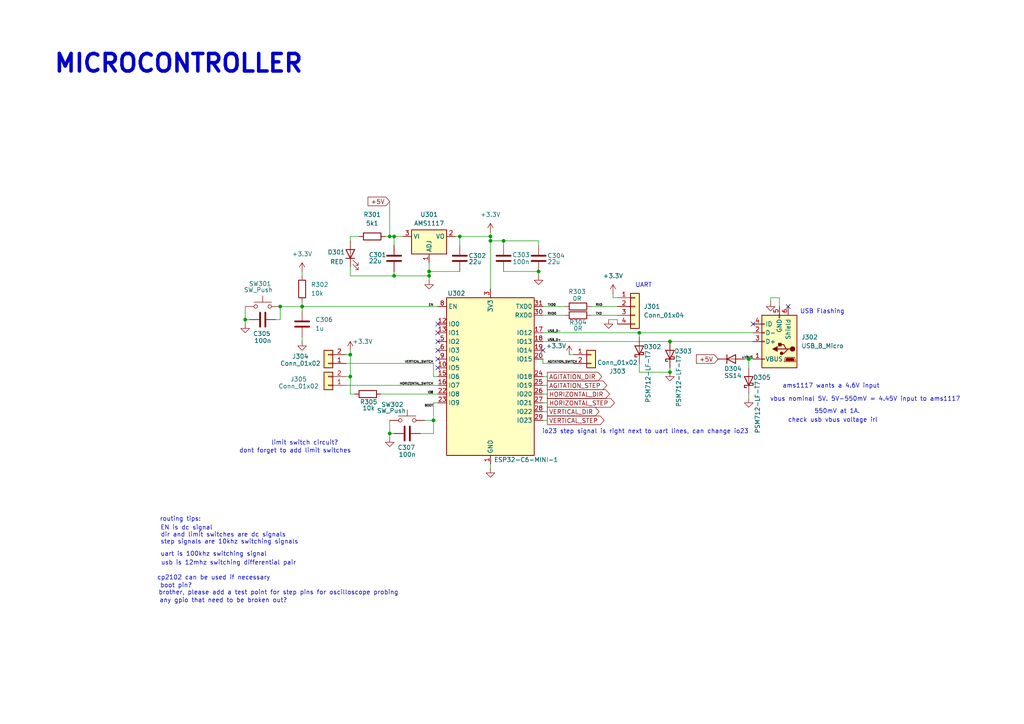
<source format=kicad_sch>
(kicad_sch (version 20250114) (generator "eeschema") (generator_version "9.0")
  (paper "A4")
  (lib_symbols
    (symbol "Connector:USB_B_Micro" (pin_names (offset 1.016))
      (property "Reference" "J" (at -5.08 11.43 0))
      (property "Value" "USB_B_Micro" (at -5.08 8.89 0))
      (symbol "USB_B_Micro_0_1"
        (rectangle (start -5.08 -7.62) (end 5.08 7.62) (stroke (width 0.254)) (fill (type background)))
        (polyline (pts (xy -4.699 5.842) (xy -4.699 5.588) (xy -4.445 4.826) (xy -4.445 4.572) (xy -1.651 4.572) (xy -1.651 4.826) (xy -1.397 5.588) (xy -1.397 5.842) (xy -4.699 5.842)))
        (polyline (pts (xy -4.318 5.588) (xy -1.778 5.588) (xy -2.032 4.826) (xy -4.064 4.826) (xy -4.318 5.588)) (fill (type outline)))
        (circle (center -3.81 2.159) (radius 0.635) (stroke (width 0.254)) (fill (type outline)))
        (polyline (pts (xy -3.175 2.159) (xy -2.54 2.159) (xy -1.27 3.429) (xy -0.635 3.429)) (stroke (width 0.254)))
        (polyline (pts (xy -2.54 2.159) (xy -1.905 2.159) (xy -1.27 0.889) (xy 0 0.889)) (stroke (width 0.254)))
        (polyline (pts (xy -1.905 2.159) (xy 0.635 2.159)) (stroke (width 0.254)))
        (circle (center -0.635 3.429) (radius 0.381) (stroke (width 0.254)) (fill (type outline)))
        (rectangle (start -0.127 -7.62) (end 0.127 -6.858))
        (rectangle (start 0.254 1.27) (end -0.508 0.508) (stroke (width 0.254)) (fill (type outline)))
        (polyline (pts (xy 0.635 2.794) (xy 0.635 1.524) (xy 1.905 2.159) (xy 0.635 2.794)) (stroke (width 0.254)) (fill (type outline)))
        (rectangle (start 5.08 4.953) (end 4.318 5.207))
        (rectangle (start 5.08 -0.127) (end 4.318 0.127))
        (rectangle (start 5.08 -2.667) (end 4.318 -2.413))
        (rectangle (start 5.08 -5.207) (end 4.318 -4.953))
      )
      (symbol "USB_B_Micro_1_1"
        (pin passive line (at -2.54 -10.16 90) (length 2.54) (name "Shield") (number "6"))
        (pin power_out line (at 0 -10.16 90) (length 2.54) (name "GND") (number "5"))
        (pin power_out line (at 7.62 5.08 180) (length 2.54) (name "VBUS") (number "1"))
        (pin bidirectional line (at 7.62 0 180) (length 2.54) (name "D+") (number "3"))
        (pin bidirectional line (at 7.62 -2.54 180) (length 2.54) (name "D-") (number "2"))
        (pin passive line (at 7.62 -5.08 180) (length 2.54) (name "ID") (number "4"))
      )
    )
    (symbol "Connector_Generic:Conn_01x02" (pin_names (offset 1.016) (hide yes))
      (property "Reference" "J" (at 0 2.54 0))
      (property "Value" "Conn_01x02" (at 0 -5.08 0))
      (symbol "Conn_01x02_1_1"
        (rectangle (start -1.27 1.27) (end 1.27 -3.81) (stroke (width 0.254)) (fill (type background)))
        (rectangle (start -1.27 0.127) (end 0 -0.127) (stroke (width 0.1524)))
        (rectangle (start -1.27 -2.413) (end 0 -2.667) (stroke (width 0.1524)))
        (pin passive line (at -5.08 0 0) (length 3.81) (name "Pin_1") (number "1"))
        (pin passive line (at -5.08 -2.54 0) (length 3.81) (name "Pin_2") (number "2"))
      )
    )
    (symbol "Connector_Generic:Conn_01x04" (pin_names (offset 1.016) (hide yes))
      (property "Reference" "J" (at 0 5.08 0))
      (property "Value" "Conn_01x04" (at 0 -7.62 0))
      (symbol "Conn_01x04_1_1"
        (rectangle (start -1.27 3.81) (end 1.27 -6.35) (stroke (width 0.254)) (fill (type background)))
        (rectangle (start -1.27 2.667) (end 0 2.413) (stroke (width 0.1524)))
        (rectangle (start -1.27 0.127) (end 0 -0.127) (stroke (width 0.1524)))
        (rectangle (start -1.27 -2.413) (end 0 -2.667) (stroke (width 0.1524)))
        (rectangle (start -1.27 -4.953) (end 0 -5.207) (stroke (width 0.1524)))
        (pin passive line (at -5.08 2.54 0) (length 3.81) (name "Pin_1") (number "1"))
        (pin passive line (at -5.08 0 0) (length 3.81) (name "Pin_2") (number "2"))
        (pin passive line (at -5.08 -2.54 0) (length 3.81) (name "Pin_3") (number "3"))
        (pin passive line (at -5.08 -5.08 0) (length 3.81) (name "Pin_4") (number "4"))
      )
    )
    (symbol "Device:C" (pin_numbers (hide yes)) (pin_names (offset 0.254))
      (property "Reference" "C" (at 0.635 2.54 0))
      (property "Value" "C" (at 0.635 -2.54 0))
      (symbol "C_0_1"
        (polyline (pts (xy -2.032 0.762) (xy 2.032 0.762)) (stroke (width 0.508)))
        (polyline (pts (xy -2.032 -0.762) (xy 2.032 -0.762)) (stroke (width 0.508)))
      )
      (symbol "C_1_1"
        (pin passive line (at 0 3.81 270) (length 2.794) (name "~") (number "1"))
        (pin passive line (at 0 -3.81 90) (length 2.794) (name "~") (number "2"))
      )
    )
    (symbol "Device:D" (pin_numbers (hide yes)) (pin_names (offset 1.016) (hide yes))
      (property "Reference" "D" (at 0 2.54 0))
      (property "Value" "D" (at 0 -2.54 0))
      (symbol "D_0_1"
        (polyline (pts (xy -1.27 1.27) (xy -1.27 -1.27)) (stroke (width 0.254)))
        (polyline (pts (xy 1.27 1.27) (xy 1.27 -1.27) (xy -1.27 0) (xy 1.27 1.27)) (stroke (width 0.254)))
        (polyline (pts (xy 1.27 0) (xy -1.27 0)))
      )
      (symbol "D_1_1"
        (pin passive line (at -3.81 0 0) (length 2.54) (name "K") (number "1"))
        (pin passive line (at 3.81 0 180) (length 2.54) (name "A") (number "2"))
      )
    )
    (symbol "Device:D_Schottky" (pin_numbers (hide yes)) (pin_names (offset 1.016) (hide yes))
      (property "Reference" "D" (at 0 2.54 0))
      (property "Value" "D_Schottky" (at 0 -2.54 0))
      (symbol "D_Schottky_0_1"
        (polyline (pts (xy -1.905 0.635) (xy -1.905 1.27) (xy -1.27 1.27) (xy -1.27 -1.27) (xy -0.635 -1.27) (xy -0.635 -0.635)) (stroke (width 0.254)))
        (polyline (pts (xy 1.27 1.27) (xy 1.27 -1.27) (xy -1.27 0) (xy 1.27 1.27)) (stroke (width 0.254)))
        (polyline (pts (xy 1.27 0) (xy -1.27 0)))
      )
      (symbol "D_Schottky_1_1"
        (pin passive line (at -3.81 0 0) (length 2.54) (name "K") (number "1"))
        (pin passive line (at 3.81 0 180) (length 2.54) (name "A") (number "2"))
      )
    )
    (symbol "Device:LED" (pin_numbers (hide yes)) (pin_names (offset 1.016) (hide yes))
      (property "Reference" "D" (at 0 2.54 0))
      (property "Value" "LED" (at 0 -2.54 0))
      (symbol "LED_0_1"
        (polyline (pts (xy -3.048 -0.762) (xy -4.572 -2.286) (xy -3.81 -2.286) (xy -4.572 -2.286) (xy -4.572 -1.524)))
        (polyline (pts (xy -1.778 -0.762) (xy -3.302 -2.286) (xy -2.54 -2.286) (xy -3.302 -2.286) (xy -3.302 -1.524)))
        (polyline (pts (xy -1.27 0) (xy 1.27 0)))
        (polyline (pts (xy -1.27 -1.27) (xy -1.27 1.27)) (stroke (width 0.254)))
        (polyline (pts (xy 1.27 -1.27) (xy 1.27 1.27) (xy -1.27 0) (xy 1.27 -1.27)) (stroke (width 0.254)))
      )
      (symbol "LED_1_1"
        (pin passive line (at -3.81 0 0) (length 2.54) (name "K") (number "1"))
        (pin passive line (at 3.81 0 180) (length 2.54) (name "A") (number "2"))
      )
    )
    (symbol "Device:R" (pin_numbers (hide yes)) (pin_names (offset 0))
      (property "Reference" "R" (at 2.032 0 90))
      (property "Value" "R" (at 0 0 90))
      (symbol "R_0_1"
        (rectangle (start -1.016 -2.54) (end 1.016 2.54) (stroke (width 0.254)))
      )
      (symbol "R_1_1"
        (pin passive line (at 0 3.81 270) (length 1.27) (name "~") (number "1"))
        (pin passive line (at 0 -3.81 90) (length 1.27) (name "~") (number "2"))
      )
    )
    (symbol "RF_Module:ESP32-C6-MINI-1"
      (property "Reference" "U" (at -11.43 24.13 0))
      (property "Value" "ESP32-C6-MINI-1" (at 12.7 24.13 0))
      (symbol "ESP32-C6-MINI-1_0_1"
        (rectangle (start -12.7 22.86) (end 12.7 -22.86) (stroke (width 0.254)) (fill (type background)))
      )
      (symbol "ESP32-C6-MINI-1_1_1"
        (pin input line (at -15.24 20.32 0) (length 2.54) (name "EN") (number "8"))
        (pin bidirectional line (at -15.24 15.24 0) (length 2.54) (name "IO0") (number "12"))
        (pin bidirectional line (at -15.24 12.7 0) (length 2.54) (name "IO1") (number "13"))
        (pin bidirectional line (at -15.24 10.16 0) (length 2.54) (name "IO2") (number "5"))
        (pin bidirectional line (at -15.24 7.62 0) (length 2.54) (name "IO3") (number "6"))
        (pin bidirectional line (at -15.24 5.08 0) (length 2.54) (name "IO4") (number "9"))
        (pin bidirectional line (at -15.24 2.54 0) (length 2.54) (name "IO5") (number "10"))
        (pin bidirectional line (at -15.24 0 0) (length 2.54) (name "IO6") (number "15"))
        (pin bidirectional line (at -15.24 -2.54 0) (length 2.54) (name "IO7") (number "16"))
        (pin bidirectional line (at -15.24 -5.08 0) (length 2.54) (name "IO8") (number "22"))
        (pin bidirectional line (at -15.24 -7.62 0) (length 2.54) (name "IO9") (number "23"))
        (pin no_connect line (at -12.7 -12.7 0) (length 2.54) (hide yes) (name "NC") (number "32"))
        (pin no_connect line (at -12.7 -15.24 0) (length 2.54) (hide yes) (name "NC") (number "33"))
        (pin no_connect line (at -12.7 -17.78 0) (length 2.54) (hide yes) (name "NC") (number "34"))
        (pin no_connect line (at -12.7 -20.32 0) (length 2.54) (hide yes) (name "NC") (number "35"))
        (pin power_in line (at 0 25.4 270) (length 2.54) (name "3V3") (number "3"))
        (pin power_in line (at 0 -25.4 90) (length 2.54) (name "GND") (number "1"))
        (pin passive line (at 0 -25.4 90) (length 2.54) (hide yes) (name "GND") (number "11"))
        (pin passive line (at 0 -25.4 90) (length 2.54) (hide yes) (name "GND") (number "14"))
        (pin passive line (at 0 -25.4 90) (length 2.54) (hide yes) (name "GND") (number "2"))
        (pin passive line (at 0 -25.4 90) (length 2.54) (hide yes) (name "GND") (number "36"))
        (pin passive line (at 0 -25.4 90) (length 2.54) (hide yes) (name "GND") (number "37"))
        (pin passive line (at 0 -25.4 90) (length 2.54) (hide yes) (name "GND") (number "38"))
        (pin passive line (at 0 -25.4 90) (length 2.54) (hide yes) (name "GND") (number "39"))
        (pin passive line (at 0 -25.4 90) (length 2.54) (hide yes) (name "GND") (number "40"))
        (pin passive line (at 0 -25.4 90) (length 2.54) (hide yes) (name "GND") (number "41"))
        (pin passive line (at 0 -25.4 90) (length 2.54) (hide yes) (name "GND") (number "42"))
        (pin passive line (at 0 -25.4 90) (length 2.54) (hide yes) (name "GND") (number "43"))
        (pin passive line (at 0 -25.4 90) (length 2.54) (hide yes) (name "GND") (number "44"))
        (pin passive line (at 0 -25.4 90) (length 2.54) (hide yes) (name "GND") (number "45"))
        (pin passive line (at 0 -25.4 90) (length 2.54) (hide yes) (name "GND") (number "46"))
        (pin passive line (at 0 -25.4 90) (length 2.54) (hide yes) (name "GND") (number "47"))
        (pin passive line (at 0 -25.4 90) (length 2.54) (hide yes) (name "GND") (number "48"))
        (pin passive line (at 0 -25.4 90) (length 2.54) (hide yes) (name "GND") (number "49"))
        (pin passive line (at 0 -25.4 90) (length 2.54) (hide yes) (name "GND") (number "50"))
        (pin passive line (at 0 -25.4 90) (length 2.54) (hide yes) (name "GND") (number "51"))
        (pin passive line (at 0 -25.4 90) (length 2.54) (hide yes) (name "GND") (number "52"))
        (pin passive line (at 0 -25.4 90) (length 2.54) (hide yes) (name "GND") (number "53"))
        (pin no_connect line (at 12.7 -15.24 180) (length 2.54) (hide yes) (name "NC") (number "4"))
        (pin no_connect line (at 12.7 -17.78 180) (length 2.54) (hide yes) (name "NC") (number "7"))
        (pin no_connect line (at 12.7 -20.32 180) (length 2.54) (hide yes) (name "NC") (number "21"))
        (pin bidirectional line (at 15.24 20.32 180) (length 2.54) (name "TXD0") (number "31"))
        (pin bidirectional line (at 15.24 17.78 180) (length 2.54) (name "RXD0") (number "30"))
        (pin bidirectional line (at 15.24 12.7 180) (length 2.54) (name "IO12") (number "17"))
        (pin bidirectional line (at 15.24 10.16 180) (length 2.54) (name "IO13") (number "18"))
        (pin bidirectional line (at 15.24 7.62 180) (length 2.54) (name "IO14") (number "19"))
        (pin bidirectional line (at 15.24 5.08 180) (length 2.54) (name "IO15") (number "20"))
        (pin bidirectional line (at 15.24 0 180) (length 2.54) (name "IO18") (number "24"))
        (pin bidirectional line (at 15.24 -2.54 180) (length 2.54) (name "IO19") (number "25"))
        (pin bidirectional line (at 15.24 -5.08 180) (length 2.54) (name "IO20") (number "26"))
        (pin bidirectional line (at 15.24 -7.62 180) (length 2.54) (name "IO21") (number "27"))
        (pin bidirectional line (at 15.24 -10.16 180) (length 2.54) (name "IO22") (number "28"))
        (pin bidirectional line (at 15.24 -12.7 180) (length 2.54) (name "IO23") (number "29"))
      )
    )
    (symbol "Regulator_Linear:AMS1117"
      (property "Reference" "U" (at -3.81 3.175 0))
      (property "Value" "AMS1117" (at 0 3.175 0))
      (symbol "AMS1117_0_1"
        (rectangle (start -5.08 -5.08) (end 5.08 1.905) (stroke (width 0.254)) (fill (type background)))
      )
      (symbol "AMS1117_1_1"
        (pin power_in line (at -7.62 0 0) (length 2.54) (name "VI") (number "3"))
        (pin input line (at 0 -7.62 90) (length 2.54) (name "ADJ") (number "1"))
        (pin power_out line (at 7.62 0 180) (length 2.54) (name "VO") (number "2"))
      )
    )
    (symbol "Switch:SW_Push" (pin_numbers (hide yes)) (pin_names (offset 1.016) (hide yes))
      (property "Reference" "SW" (at 1.27 2.54 0))
      (property "Value" "SW_Push" (at 0 -1.524 0))
      (symbol "SW_Push_0_1"
        (circle (center -2.032 0) (radius 0.508))
        (polyline (pts (xy 0 1.27) (xy 0 3.048)))
        (circle (center 2.032 0) (radius 0.508))
        (polyline (pts (xy 2.54 1.27) (xy -2.54 1.27)))
        (pin passive line (at -5.08 0 0) (length 2.54) (name "1") (number "1"))
        (pin passive line (at 5.08 0 180) (length 2.54) (name "2") (number "2"))
      )
    )
    (symbol "power:+3.3V" (power) (pin_numbers (hide yes)) (pin_names (offset 0) (hide yes))
      (property "Value" "+3.3V" (at 0 3.556 0))
      (symbol "+3.3V_0_1"
        (polyline (pts (xy -0.762 1.27) (xy 0 2.54)))
        (polyline (pts (xy 0 2.54) (xy 0.762 1.27)))
        (polyline (pts (xy 0 0) (xy 0 2.54)))
      )
      (symbol "+3.3V_1_1"
        (pin power_in line (at 0 0 90) (length 0) (name "~") (number "1"))
      )
    )
    (symbol "power:GND" (power) (pin_numbers (hide yes)) (pin_names (offset 0) (hide yes))
      (property "Value" "GND" (at 0 -3.81 0))
      (symbol "GND_0_1"
        (polyline (pts (xy 0 0) (xy 0 -1.27) (xy 1.27 -1.27) (xy 0 -2.54) (xy -1.27 -1.27) (xy 0 -1.27)))
      )
      (symbol "GND_1_1"
        (pin power_in line (at 0 0 270) (length 0) (name "~") (number "1"))
      )
    )
  )
  (text "MICROCONTROLLER" (at 51.816 18.542 0) (effects (font (size 5.08 5.08) (thickness 1.016) (bold yes))))
  (text "check usb vbus voltage irl" (at 241.554 121.92 0) (effects (font (size 1.27 1.27))))
  (text "any gpio that need to be broken out?" (at 64.77 174.244 0) (effects (font (size 1.27 1.27))))
  (text "dont forget to add limit switches" (at 85.598 130.81 0) (effects (font (size 1.27 1.27))))
  (text "UART" (at 186.69 82.804 0) (effects (font (size 1.27 1.27))))
  (text "dir and limit switches are dc signals" (at 64.77 155.194 0) (effects (font (size 1.27 1.27))))
  (text "cp2102 can be used if necessary" (at 61.976 167.64 0) (effects (font (size 1.27 1.27))))
  (text "vbus nominal 5V. 5V-550mV = 4.45V input to ams1117" (at 250.952 115.824 0) (effects (font (size 1.27 1.27))))
  (text "USB Flashing" (at 238.506 90.424 0) (effects (font (size 1.27 1.27))))
  (text "routing tips:" (at 52.324 150.622 0) (effects (font (size 1.27 1.27))))
  (text "550mV at 1A." (at 242.824 119.38 0) (effects (font (size 1.27 1.27))))
  (text "io23 step signal is right next to uart lines, can change io23" (at 187.198 125.222 0) (effects (font (size 1.27 1.27))))
  (text "EN is dc signal" (at 54.102 153.162 0) (effects (font (size 1.27 1.27))))
  (text "step signals are 10khz switching signals" (at 66.548 157.226 0) (effects (font (size 1.27 1.27))))
  (text "boot pin?" (at 51.054 169.926 0) (effects (font (size 1.27 1.27))))
  (text "brother, please add a test point for step pins for oscilloscope probing" (at 80.772 171.958 0) (effects (font (size 1.27 1.27))))
  (text "limit switch circuit?" (at 88.392 128.524 0) (effects (font (size 1.27 1.27))))
  (text "ams1117 wants a 4.6V input" (at 241.046 112.014 0) (effects (font (size 1.27 1.27))))
  (text "usb is 12mhz switching differential pair" (at 66.294 163.322 0) (effects (font (size 1.27 1.27))))
  (text "uart is 100khz switching signal" (at 61.976 160.782 0) (effects (font (size 1.27 1.27))))
  (junction (at 71.12 92.71))
  (junction (at 185.42 96.52))
  (junction (at 217.17 104.14))
  (junction (at 146.05 69.85))
  (junction (at 101.6 109.22))
  (junction (at 194.31 107.95))
  (junction (at 124.46 80.01))
  (junction (at 142.24 69.85))
  (junction (at 124.46 78.74))
  (junction (at 114.3 68.58))
  (junction (at 113.03 68.58))
  (junction (at 114.3 80.01))
  (junction (at 194.31 99.06))
  (junction (at 125.73 121.92))
  (junction (at 101.6 102.87))
  (junction (at 133.35 68.58))
  (junction (at 81.28 88.9))
  (junction (at 142.24 68.58))
  (junction (at 87.63 88.9))
  (junction (at 113.03 125.73))
  (junction (at 156.21 78.74))
  (no_connect (at 127 104.14))
  (no_connect (at 127 93.98))
  (no_connect (at 228.6 88.9))
  (no_connect (at 127 99.06))
  (no_connect (at 157.48 101.6))
  (no_connect (at 127 101.6))
  (no_connect (at 218.44 93.98))
  (no_connect (at 127 96.52))
  (no_connect (at 127 106.68))
  (wire (pts (xy 80.01 92.71) (xy 81.28 92.71)))
  (wire (pts (xy 223.52 86.36) (xy 223.52 87.63)))
  (wire (pts (xy 100.33 109.22) (xy 101.6 109.22)))
  (wire (pts (xy 104.14 68.58) (xy 101.6 68.58)))
  (wire (pts (xy 125.73 121.92) (xy 125.73 125.73)))
  (wire (pts (xy 87.63 88.9) (xy 127 88.9)))
  (wire (pts (xy 171.45 91.44) (xy 179.07 91.44)))
  (wire (pts (xy 179.07 86.36) (xy 177.8 86.36)))
  (wire (pts (xy 110.49 114.3) (xy 127 114.3)))
  (wire (pts (xy 101.6 114.3) (xy 101.6 109.22)))
  (wire (pts (xy 142.24 68.58) (xy 142.24 69.85)))
  (wire (pts (xy 71.12 92.71) (xy 71.12 93.98)))
  (wire (pts (xy 114.3 80.01) (xy 114.3 78.74)))
  (wire (pts (xy 157.48 105.41) (xy 166.37 105.41)))
  (wire (pts (xy 101.6 68.58) (xy 101.6 69.85)))
  (wire (pts (xy 142.24 83.82) (xy 142.24 69.85)))
  (wire (pts (xy 124.46 80.01) (xy 124.46 81.28)))
  (wire (pts (xy 127 116.84) (xy 125.73 116.84)))
  (wire (pts (xy 81.28 88.9) (xy 87.63 88.9)))
  (wire (pts (xy 157.48 111.76) (xy 158.75 111.76)))
  (wire (pts (xy 226.06 88.9) (xy 226.06 86.36)))
  (wire (pts (xy 113.03 68.58) (xy 113.03 58.42)))
  (wire (pts (xy 217.17 104.14) (xy 217.17 106.68)))
  (wire (pts (xy 165.1 102.87) (xy 166.37 102.87)))
  (wire (pts (xy 177.8 86.36) (xy 177.8 85.09)))
  (wire (pts (xy 185.42 96.52) (xy 218.44 96.52)))
  (wire (pts (xy 87.63 88.9) (xy 87.63 90.17)))
  (wire (pts (xy 111.76 68.58) (xy 113.03 68.58)))
  (wire (pts (xy 100.33 102.87) (xy 101.6 102.87)))
  (wire (pts (xy 157.48 116.84) (xy 158.75 116.84)))
  (wire (pts (xy 125.73 121.92) (xy 123.19 121.92)))
  (wire (pts (xy 179.07 92.71) (xy 176.53 92.71)))
  (wire (pts (xy 157.48 109.22) (xy 158.75 109.22)))
  (wire (pts (xy 125.73 116.84) (xy 125.73 121.92)))
  (wire (pts (xy 156.21 71.12) (xy 156.21 69.85)))
  (wire (pts (xy 125.73 125.73) (xy 121.92 125.73)))
  (wire (pts (xy 157.48 88.9) (xy 163.83 88.9)))
  (wire (pts (xy 226.06 86.36) (xy 223.52 86.36)))
  (wire (pts (xy 146.05 69.85) (xy 146.05 71.12)))
  (wire (pts (xy 124.46 78.74) (xy 124.46 80.01)))
  (wire (pts (xy 185.42 107.95) (xy 194.31 107.95)))
  (wire (pts (xy 194.31 99.06) (xy 218.44 99.06)))
  (wire (pts (xy 101.6 101.6) (xy 101.6 102.87)))
  (wire (pts (xy 87.63 87.63) (xy 87.63 88.9)))
  (wire (pts (xy 113.03 125.73) (xy 113.03 121.92)))
  (wire (pts (xy 72.39 92.71) (xy 71.12 92.71)))
  (wire (pts (xy 101.6 77.47) (xy 101.6 80.01)))
  (wire (pts (xy 114.3 80.01) (xy 124.46 80.01)))
  (wire (pts (xy 146.05 69.85) (xy 142.24 69.85)))
  (wire (pts (xy 87.63 78.74) (xy 87.63 80.01)))
  (wire (pts (xy 194.31 106.68) (xy 194.31 107.95)))
  (wire (pts (xy 156.21 69.85) (xy 146.05 69.85)))
  (wire (pts (xy 124.46 78.74) (xy 133.35 78.74)))
  (wire (pts (xy 157.48 114.3) (xy 158.75 114.3)))
  (wire (pts (xy 142.24 134.62) (xy 142.24 135.89)))
  (wire (pts (xy 179.07 93.98) (xy 179.07 92.71)))
  (wire (pts (xy 100.33 111.76) (xy 127 111.76)))
  (wire (pts (xy 217.17 104.14) (xy 218.44 104.14)))
  (wire (pts (xy 114.3 68.58) (xy 114.3 71.12)))
  (wire (pts (xy 156.21 78.74) (xy 156.21 80.01)))
  (wire (pts (xy 133.35 68.58) (xy 132.08 68.58)))
  (wire (pts (xy 114.3 125.73) (xy 113.03 125.73)))
  (wire (pts (xy 157.48 121.92) (xy 158.75 121.92)))
  (wire (pts (xy 133.35 68.58) (xy 142.24 68.58)))
  (wire (pts (xy 101.6 80.01) (xy 114.3 80.01)))
  (wire (pts (xy 171.45 88.9) (xy 179.07 88.9)))
  (wire (pts (xy 101.6 114.3) (xy 102.87 114.3)))
  (wire (pts (xy 81.28 92.71) (xy 81.28 88.9)))
  (wire (pts (xy 100.33 105.41) (xy 125.73 105.41)))
  (wire (pts (xy 87.63 97.79) (xy 87.63 99.06)))
  (wire (pts (xy 133.35 68.58) (xy 133.35 71.12)))
  (wire (pts (xy 125.73 109.22) (xy 127 109.22)))
  (wire (pts (xy 157.48 96.52) (xy 185.42 96.52)))
  (wire (pts (xy 114.3 68.58) (xy 116.84 68.58)))
  (wire (pts (xy 142.24 67.31) (xy 142.24 68.58)))
  (wire (pts (xy 157.48 91.44) (xy 163.83 91.44)))
  (wire (pts (xy 185.42 105.41) (xy 185.42 107.95)))
  (wire (pts (xy 124.46 76.2) (xy 124.46 78.74)))
  (wire (pts (xy 217.17 114.3) (xy 217.17 115.57)))
  (wire (pts (xy 157.48 119.38) (xy 158.75 119.38)))
  (wire (pts (xy 146.05 78.74) (xy 156.21 78.74)))
  (wire (pts (xy 157.48 99.06) (xy 194.31 99.06)))
  (wire (pts (xy 71.12 92.71) (xy 71.12 88.9)))
  (wire (pts (xy 113.03 68.58) (xy 114.3 68.58)))
  (wire (pts (xy 215.9 104.14) (xy 217.17 104.14)))
  (wire (pts (xy 101.6 102.87) (xy 101.6 109.22)))
  (wire (pts (xy 157.48 104.14) (xy 157.48 105.41)))
  (wire (pts (xy 185.42 96.52) (xy 185.42 97.79)))
  (wire (pts (xy 113.03 125.73) (xy 113.03 127)))
  (wire (pts (xy 125.73 105.41) (xy 125.73 109.22)))
  (label "AGITATION_SWITCH" (at 158.75 105.41 0) (effects (font (size 0.635 0.635))))
  (label "VERTICAL_SWITCH" (at 125.73 105.41 180) (effects (font (size 0.635 0.635))))
  (label "+VBUS" (at 218.44 104.14 180) (effects (font (size 0.635 0.635))))
  (label "USB_D+" (at 158.75 99.06 0) (effects (font (size 0.635 0.635))))
  (label "HORIZONTAL_SWITCH" (at 125.73 111.76 180) (effects (font (size 0.635 0.635))))
  (label "BOOT" (at 125.73 118.11 180) (effects (font (size 0.635 0.635))))
  (label "TXD0" (at 158.75 88.9 0) (effects (font (size 0.635 0.635))))
  (label "IO8" (at 125.73 114.3 180) (effects (font (size 0.635 0.635))))
  (label "RXD" (at 172.72 88.9 0) (effects (font (size 0.635 0.635))))
  (label "RXD0" (at 158.75 91.44 0) (effects (font (size 0.635 0.635))))
  (label "EN" (at 125.73 88.9 180) (effects (font (size 0.635 0.635))))
  (label "USB_D-" (at 158.75 96.52 0) (effects (font (size 0.635 0.635))))
  (label "TXD" (at 172.72 91.44 0) (effects (font (size 0.635 0.635))))
  (global_label "HORIZONTAL_DIR" (shape output) (at 158.75 114.3 0) (property "Intersheetrefs" "${INTERSHEET_REFS}" (effects (hide yes))))
  (global_label "HORIZONTAL_STEP" (shape output) (at 158.75 116.84 0) (property "Intersheetrefs" "${INTERSHEET_REFS}" (effects (hide yes))))
  (global_label "VERTICAL_DIR" (shape output) (at 158.75 119.38 0) (property "Intersheetrefs" "${INTERSHEET_REFS}" (effects (hide yes))))
  (global_label "AGITATION_STEP" (shape output) (at 158.75 111.76 0) (property "Intersheetrefs" "${INTERSHEET_REFS}" (effects (hide yes))))
  (global_label "AGITATION_DIR" (shape output) (at 158.75 109.22 0) (property "Intersheetrefs" "${INTERSHEET_REFS}" (effects (hide yes))))
  (global_label "+5V" (shape input) (at 208.28 104.14 180) (property "Intersheetrefs" "${INTERSHEET_REFS}" (effects (hide yes))))
  (global_label "VERTICAL_STEP" (shape output) (at 158.75 121.92 0) (property "Intersheetrefs" "${INTERSHEET_REFS}" (effects (hide yes))))
  (global_label "+5V" (shape input) (at 113.03 58.42 180) (property "Intersheetrefs" "${INTERSHEET_REFS}" (effects (hide yes))))
  (symbol (lib_id "Device:R") (at 167.64 88.9 90) (unit 1)
    (property "Reference" "R303" (at 167.386 84.582 90))
    (property "Value" "0R" (at 167.386 86.614 90))
    (property "Footprint" "Resistor_SMD:R_0603_1608Metric" (effects (hide yes)))
    (property "Description" "Resistor" (effects (hide yes)))
    (property "Manufacturer" "UNI-ROYAL(Uniroyal Elec)" (effects (hide yes)))
    (property "MPN" "0603WAF0000T5E" (effects (hide yes)))
    (property "LCSC Part Number" "C21189" (effects (hide yes)))
  )
  (symbol (lib_id "power:+3.3V") (at 101.6 101.6 0) (unit 1)
    (property "Reference" "#PWR0313" (effects (hide yes)))
    (property "Value" "+3.3V" (at 105.156 99.06 0))
    (property "Description" "Power symbol creates a global label with name \"+3.3V\"" (effects (hide yes)))
  )
  (symbol (lib_id "Device:C") (at 87.63 93.98 0) (unit 1)
    (property "Reference" "C306" (at 91.44 92.7099 0) (effects (justify left)))
    (property "Value" "1u" (at 91.44 95.2499 0) (effects (justify left)))
    (property "Footprint" "Capacitor_SMD:C_0402_1005Metric" (effects (hide yes)))
    (property "Description" "Unpolarized capacitor" (effects (hide yes)))
    (property "Manufacturer" "Samsung Electro-Mechanics" (effects (hide yes)))
    (property "MPN" "CL05A105KA5NQNC" (effects (hide yes)))
    (property "LCSC Part Number" "C52923" (effects (hide yes)))
  )
  (symbol (lib_id "Device:D_Schottky") (at 194.31 102.87 90) (unit 1)
    (property "Reference" "D303" (at 195.58 101.854 90) (effects (justify right)))
    (property "Value" "PSM712-LF-T7" (at 196.85 102.87 0) (effects (justify right)))
    (property "Footprint" "Package_TO_SOT_SMD:SOT-23" (effects (hide yes)))
    (property "Description" "Schottky diode" (effects (hide yes)))
    (property "Manufacturer" "ProTek Devices" (effects (hide yes)))
    (property "MPN" "PSM712-LF-T7" (effects (hide yes)))
    (property "LCSC Part Number" "C32677" (effects (hide yes)))
  )
  (symbol (lib_id "Device:R") (at 167.64 91.44 90) (unit 1)
    (property "Reference" "R304" (at 167.64 93.472 90))
    (property "Value" "0R" (at 167.64 95.25 90))
    (property "Footprint" "Resistor_SMD:R_0603_1608Metric" (effects (hide yes)))
    (property "Description" "Resistor" (effects (hide yes)))
    (property "Manufacturer" "UNI-ROYAL(Uniroyal Elec)" (effects (hide yes)))
    (property "MPN" "0603WAF0000T5E" (effects (hide yes)))
    (property "LCSC Part Number" "C21189" (effects (hide yes)))
  )
  (symbol (lib_id "power:GND") (at 223.52 87.63 0) (unit 1)
    (property "Reference" "#PWR0307" (effects (hide yes)))
    (property "Value" "GND" (effects (hide yes)))
    (property "Description" "Power symbol creates a global label with name \"GND\" , ground" (effects (hide yes)))
  )
  (symbol (lib_id "power:+3.3V") (at 142.24 67.31 0) (unit 1)
    (property "Reference" "#PWR0303" (effects (hide yes)))
    (property "Value" "+3.3V" (at 142.24 62.23 0))
    (property "Description" "Power symbol creates a global label with name \"+3.3V\"" (effects (hide yes)))
  )
  (symbol (lib_id "Device:C") (at 146.05 74.93 180) (unit 1)
    (property "Reference" "C303" (at 151.13 73.914 0))
    (property "Value" "100n" (at 151.13 75.946 0))
    (property "Footprint" "Capacitor_SMD:C_0402_1005Metric" (effects (hide yes)))
    (property "Description" "Unpolarized capacitor" (effects (hide yes)))
    (property "Manufacturer" "Samsung Electro-Mechanics" (effects (hide yes)))
    (property "MPN" "CL05B104KO5NNNC" (effects (hide yes)))
    (property "LCSC Part Number" "C1525" (effects (hide yes)))
  )
  (symbol (lib_id "power:GND") (at 217.17 115.57 0) (unit 1)
    (property "Reference" "#PWR0314" (effects (hide yes)))
    (property "Value" "GND" (effects (hide yes)))
    (property "Description" "Power symbol creates a global label with name \"GND\" , ground" (effects (hide yes)))
  )
  (symbol (lib_id "power:GND") (at 176.53 92.71 0) (unit 1)
    (property "Reference" "#PWR0308" (effects (hide yes)))
    (property "Value" "GND" (effects (hide yes)))
    (property "Description" "Power symbol creates a global label with name \"GND\" , ground" (effects (hide yes)))
  )
  (symbol (lib_id "Device:C") (at 133.35 74.93 0) (unit 1)
    (property "Reference" "C302" (at 135.89 74.168 0) (effects (justify left)))
    (property "Value" "22u" (at 135.89 75.946 0) (effects (justify left)))
    (property "Footprint" "Capacitor_SMD:C_0603_1608Metric" (effects (hide yes)))
    (property "Description" "Unpolarized capacitor" (effects (hide yes)))
    (property "Manufacturer" "Samsung Electro-Mechanics" (effects (hide yes)))
    (property "MPN" "CL21A226MAQNNNE" (effects (hide yes)))
    (property "LCSC Part Number" "C45783" (effects (hide yes)))
  )
  (symbol (lib_id "Device:LED") (at 101.6 73.66 90) (unit 1)
    (property "Reference" "D301" (at 94.996 73.152 90) (effects (justify right)))
    (property "Value" "RED" (at 95.758 75.946 90) (effects (justify right)))
    (property "Footprint" "LED_SMD:LED_0603_1608Metric" (effects (hide yes)))
    (property "Description" "Light emitting diode" (effects (hide yes)))
    (property "Sim.Pins" "1=K 2=A" (effects (hide yes)))
    (property "Manufacturer" "Hubei KENTO Elec" (effects (hide yes)))
    (property "MPN" "KT-0603R" (effects (hide yes)))
    (property "LCSC Part Number" "C2286" (effects (hide yes)))
  )
  (symbol (lib_id "Switch:SW_Push") (at 118.11 121.92 0) (unit 1)
    (property "Reference" "SW302" (at 113.792 117.348 0))
    (property "Value" "SW_Push" (at 113.538 119.126 0))
    (property "Footprint" "Button_Switch_SMD:SW_Push_1P1T_XKB_TS-1187A" (effects (hide yes)))
    (property "Description" "Push button switch, generic, two pins" (effects (hide yes)))
    (property "Manufacturer" "XKB Connection" (effects (hide yes)))
    (property "MPN" "TS-1187A-B-A-B" (effects (hide yes)))
    (property "LCSC Part Number" "C318884" (effects (hide yes)))
  )
  (symbol (lib_id "Device:R") (at 87.63 83.82 0) (unit 1)
    (property "Reference" "R302" (at 90.17 82.5499 0) (effects (justify left)))
    (property "Value" "10k" (at 90.17 85.0899 0) (effects (justify left)))
    (property "Footprint" "Resistor_SMD:R_0603_1608Metric" (effects (hide yes)))
    (property "Description" "Resistor" (effects (hide yes)))
    (property "Manufacturer" "UNI-ROYAL(Uniroyal Elec)" (effects (hide yes)))
    (property "MPN" "0603WAF1002T5E" (effects (hide yes)))
    (property "LCSC Part Number" "C25804" (effects (hide yes)))
  )
  (symbol (lib_id "Connector_Generic:Conn_01x02") (at 95.25 105.41 180) (unit 1) (in_bom no)
    (property "Reference" "J304" (at 87.122 103.378 0))
    (property "Value" "Conn_01x02" (at 87.122 105.41 0))
    (property "Footprint" "Connector_PinHeader_2.54mm:PinHeader_1x02_P2.54mm_Vertical" (effects (hide yes)))
    (property "Description" "Generic connector, single row, 01x02, script generated (kicad-library-utils/schlib/autogen/connector/)" (effects (hide yes)))
  )
  (symbol (lib_id "power:+3.3V") (at 87.63 78.74 0) (unit 1)
    (property "Reference" "#PWR0304" (effects (hide yes)))
    (property "Value" "+3.3V" (at 87.63 73.66 0))
    (property "Description" "Power symbol creates a global label with name \"+3.3V\"" (effects (hide yes)))
  )
  (symbol (lib_id "Device:R") (at 106.68 114.3 90) (unit 1)
    (property "Reference" "R305" (at 106.934 116.586 90))
    (property "Value" "10k" (at 106.934 118.364 90))
    (property "Footprint" "Resistor_SMD:R_0603_1608Metric" (effects (hide yes)))
    (property "Description" "Resistor" (effects (hide yes)))
    (property "Manufacturer" "UNI-ROYAL(Uniroyal Elec)" (effects (hide yes)))
    (property "MPN" "0603WAF1002T5E" (effects (hide yes)))
    (property "LCSC Part Number" "C25804" (effects (hide yes)))
  )
  (symbol (lib_id "Device:C") (at 118.11 125.73 90) (unit 1)
    (property "Reference" "C307" (at 117.856 129.794 90))
    (property "Value" "100n" (at 118.11 131.826 90))
    (property "Footprint" "Capacitor_SMD:C_0402_1005Metric" (effects (hide yes)))
    (property "Description" "Unpolarized capacitor" (effects (hide yes)))
    (property "Manufacturer" "Samsung Electro-Mechanics" (effects (hide yes)))
    (property "MPN" "CL05B104KO5NNNC" (effects (hide yes)))
    (property "LCSC Part Number" "C1525" (effects (hide yes)))
  )
  (symbol (lib_id "Connector:USB_B_Micro") (at 226.06 99.06 180) (unit 1)
    (property "Reference" "J302" (at 232.41 97.7899 0) (effects (justify right)))
    (property "Value" "USB_B_Micro" (at 232.41 100.3299 0) (effects (justify right)))
    (property "Footprint" "Connector_USB:USB_Micro-B_Molex-105017-0001" (effects (hide yes)))
    (property "Description" "USB Micro Type B connector" (effects (hide yes)))
    (property "Manufacturer" "SHOU HAN" (effects (hide yes)))
    (property "MPN" "MicroXNJ" (effects (hide yes)))
    (property "LCSC Part Number" "C404969" (effects (hide yes)))
  )
  (symbol (lib_id "Device:R") (at 107.95 68.58 90) (unit 1)
    (property "Reference" "R301" (at 107.95 62.23 90))
    (property "Value" "5k1" (at 107.95 64.77 90))
    (property "Footprint" "Resistor_SMD:R_0603_1608Metric" (effects (hide yes)))
    (property "Description" "Resistor" (effects (hide yes)))
    (property "Manufacturer" "UNI-ROYAL(Uniroyal Elec)" (effects (hide yes)))
    (property "MPN" "0603WAF5101T5E" (effects (hide yes)))
    (property "LCSC Part Number" "C23186" (effects (hide yes)))
  )
  (symbol (lib_id "RF_Module:ESP32-C6-MINI-1") (at 142.24 109.22 0) (unit 1)
    (property "Reference" "U302" (at 129.794 85.09 0) (effects (justify left)))
    (property "Value" "ESP32-C6-MINI-1" (at 143.256 133.35 0) (effects (justify left)))
    (property "Footprint" "Espressif:ESP32-C6-MINI-1U" (effects (hide yes)))
    (property "Datasheet" "https://www.espressif.com/sites/default/files/documentation/esp32-c6-mini-1_mini-1u_datasheet_en.pdf" (effects (hide yes)))
    (property "Description" "RF Module, ESP32-C6 SoC, Wi-Fi 802.11b/g/n/ax, Bluetooth, BLE, Zigbee, Thread, 32-bit, 3.3V, SMD, onboard antenna" (effects (hide yes)))
    (property "Manufacturer" "Espressif Systems" (effects (hide yes)))
    (property "MPN" "ESP32-C6-MINI-1U-H4" (effects (hide yes)))
    (property "LCSC Part Number" "C20627095" (effects (hide yes)))
  )
  (symbol (lib_id "Device:C") (at 156.21 74.93 0) (unit 1)
    (property "Reference" "C304" (at 158.75 74.168 0) (effects (justify left)))
    (property "Value" "22u" (at 158.75 75.946 0) (effects (justify left)))
    (property "Footprint" "Capacitor_SMD:C_0603_1608Metric" (effects (hide yes)))
    (property "Description" "Unpolarized capacitor" (effects (hide yes)))
    (property "Manufacturer" "Samsung Electro-Mechanics" (effects (hide yes)))
    (property "MPN" "CL21A226MAQNNNE" (effects (hide yes)))
    (property "LCSC Part Number" "C45783" (effects (hide yes)))
  )
  (symbol (lib_id "power:+3.3V") (at 165.1 102.87 0) (unit 1)
    (property "Reference" "#PWR0311" (effects (hide yes)))
    (property "Value" "+3.3V" (at 161.29 100.33 0))
    (property "Description" "Power symbol creates a global label with name \"+3.3V\"" (effects (hide yes)))
  )
  (symbol (lib_id "Device:D_Schottky") (at 185.42 101.6 90) (unit 1)
    (property "Reference" "D302" (at 186.69 100.584 90) (effects (justify right)))
    (property "Value" "PSM712-LF-T7" (at 187.96 101.6 0) (effects (justify right)))
    (property "Footprint" "Package_TO_SOT_SMD:SOT-23" (effects (hide yes)))
    (property "Description" "Schottky diode" (effects (hide yes)))
    (property "Manufacturer" "ProTek Devices" (effects (hide yes)))
    (property "MPN" "PSM712-LF-T7" (effects (hide yes)))
    (property "LCSC Part Number" "C32677" (effects (hide yes)))
  )
  (symbol (lib_id "Device:D_Schottky") (at 217.17 110.49 90) (unit 1)
    (property "Reference" "D305" (at 218.44 109.474 90) (effects (justify right)))
    (property "Value" "PSM712-LF-T7" (at 219.71 110.49 0) (effects (justify right)))
    (property "Footprint" "Package_TO_SOT_SMD:SOT-23" (effects (hide yes)))
    (property "Description" "Schottky diode" (effects (hide yes)))
    (property "Manufacturer" "ProTek Devices" (effects (hide yes)))
    (property "MPN" "PSM712-LF-T7" (effects (hide yes)))
    (property "LCSC Part Number" "C32677" (effects (hide yes)))
  )
  (symbol (lib_id "power:GND") (at 87.63 99.06 0) (unit 1)
    (property "Reference" "#PWR0310" (effects (hide yes)))
    (property "Value" "GND" (effects (hide yes)))
    (property "Description" "Power symbol creates a global label with name \"GND\" , ground" (effects (hide yes)))
  )
  (symbol (lib_id "power:GND") (at 124.46 81.28 0) (unit 1)
    (property "Reference" "#PWR0302" (effects (hide yes)))
    (property "Value" "GND" (effects (hide yes)))
    (property "Description" "Power symbol creates a global label with name \"GND\" , ground" (effects (hide yes)))
  )
  (symbol (lib_id "power:GND") (at 71.12 93.98 0) (unit 1)
    (property "Reference" "#PWR0309" (effects (hide yes)))
    (property "Value" "GND" (effects (hide yes)))
    (property "Description" "Power symbol creates a global label with name \"GND\" , ground" (effects (hide yes)))
  )
  (symbol (lib_id "power:GND") (at 194.31 107.95 0) (unit 1)
    (property "Reference" "#PWR0312" (effects (hide yes)))
    (property "Value" "GND" (effects (hide yes)))
    (property "Description" "Power symbol creates a global label with name \"GND\" , ground" (effects (hide yes)))
  )
  (symbol (lib_id "Connector_Generic:Conn_01x02") (at 95.25 111.76 180) (unit 1) (in_bom no)
    (property "Reference" "J305" (at 86.614 109.982 0))
    (property "Value" "Conn_01x02" (at 86.614 112.014 0))
    (property "Footprint" "Connector_PinHeader_2.54mm:PinHeader_1x02_P2.54mm_Vertical" (effects (hide yes)))
    (property "Description" "Generic connector, single row, 01x02, script generated (kicad-library-utils/schlib/autogen/connector/)" (effects (hide yes)))
  )
  (symbol (lib_id "power:GND") (at 113.03 127 0) (unit 1)
    (property "Reference" "#PWR0315" (effects (hide yes)))
    (property "Value" "GND" (effects (hide yes)))
    (property "Description" "Power symbol creates a global label with name \"GND\" , ground" (effects (hide yes)))
  )
  (symbol (lib_id "power:GND") (at 156.21 80.01 0) (unit 1)
    (property "Reference" "#PWR0305" (effects (hide yes)))
    (property "Value" "GND" (effects (hide yes)))
    (property "Description" "Power symbol creates a global label with name \"GND\" , ground" (effects (hide yes)))
  )
  (symbol (lib_id "Device:D") (at 212.09 104.14 0) (unit 1)
    (property "Reference" "D304" (at 212.598 106.934 0))
    (property "Value" "SS14" (at 212.598 108.966 0))
    (property "Footprint" "Diode_SMD:D_SMA" (effects (hide yes)))
    (property "Description" "Diode" (effects (hide yes)))
    (property "Sim.Device" "D" (effects (hide yes)))
    (property "Sim.Pins" "1=K 2=A" (effects (hide yes)))
    (property "Manufacturer" "MDD(Microdiode Semiconductor)" (effects (hide yes)))
    (property "MPN" "SS14" (effects (hide yes)))
    (property "LCSC Part Number" "C2480" (effects (hide yes)))
  )
  (symbol (lib_id "Connector_Generic:Conn_01x04") (at 184.15 88.9 0) (unit 1) (in_bom no)
    (property "Reference" "J301" (at 186.69 88.8999 0) (effects (justify left)))
    (property "Value" "Conn_01x04" (at 186.69 91.4399 0) (effects (justify left)))
    (property "Footprint" "Connector_PinHeader_2.54mm:PinHeader_1x04_P2.54mm_Vertical" (effects (hide yes)))
    (property "Description" "Generic connector, single row, 01x04, script generated (kicad-library-utils/schlib/autogen/connector/)" (effects (hide yes)))
  )
  (symbol (lib_id "Device:C") (at 114.3 74.93 0) (unit 1)
    (property "Reference" "C301" (at 106.934 73.914 0) (effects (justify left)))
    (property "Value" "22u" (at 106.934 75.692 0) (effects (justify left)))
    (property "Footprint" "Capacitor_SMD:C_0603_1608Metric" (effects (hide yes)))
    (property "Description" "Unpolarized capacitor" (effects (hide yes)))
    (property "Manufacturer" "Samsung Electro-Mechanics" (effects (hide yes)))
    (property "MPN" "CL21A226MAQNNNE" (effects (hide yes)))
    (property "LCSC Part Number" "C45783" (effects (hide yes)))
  )
  (symbol (lib_id "Device:C") (at 76.2 92.71 90) (unit 1)
    (property "Reference" "C305" (at 75.946 96.774 90))
    (property "Value" "100n" (at 76.2 98.806 90))
    (property "Footprint" "Capacitor_SMD:C_0402_1005Metric" (effects (hide yes)))
    (property "Description" "Unpolarized capacitor" (effects (hide yes)))
    (property "Manufacturer" "Samsung Electro-Mechanics" (effects (hide yes)))
    (property "MPN" "CL05B104KO5NNNC" (effects (hide yes)))
    (property "LCSC Part Number" "C1525" (effects (hide yes)))
  )
  (symbol (lib_id "power:GND") (at 142.24 135.89 0) (unit 1)
    (property "Reference" "#PWR0316" (effects (hide yes)))
    (property "Value" "GND" (effects (hide yes)))
    (property "Description" "Power symbol creates a global label with name \"GND\" , ground" (effects (hide yes)))
  )
  (symbol (lib_id "Regulator_Linear:AMS1117") (at 124.46 68.58 0) (unit 1)
    (property "Reference" "U301" (at 124.46 62.23 0))
    (property "Value" "AMS1117" (at 124.46 64.77 0))
    (property "Footprint" "Package_TO_SOT_SMD:SOT-223-3_TabPin2" (effects (hide yes)))
    (property "Datasheet" "http://www.advanced-monolithic.com/pdf/ds1117.pdf" (effects (hide yes)))
    (property "Description" "1A Low Dropout regulator, positive, adjustable output, SOT-223" (effects (hide yes)))
    (property "Manufacturer" "Advanced Monolithic Systems" (effects (hide yes)))
    (property "MPN" "AMS1117-3.3" (effects (hide yes)))
    (property "LCSC Part Number" "C6186" (effects (hide yes)))
  )
  (symbol (lib_id "Connector_Generic:Conn_01x02") (at 171.45 102.87 0) (unit 1) (in_bom no)
    (property "Reference" "J303" (at 179.07 107.696 0))
    (property "Value" "Conn_01x02" (at 179.07 105.156 0))
    (property "Footprint" "Connector_PinHeader_2.54mm:PinHeader_1x02_P2.54mm_Vertical" (effects (hide yes)))
    (property "Description" "Generic connector, single row, 01x02, script generated (kicad-library-utils/schlib/autogen/connector/)" (effects (hide yes)))
  )
  (symbol (lib_id "Switch:SW_Push") (at 76.2 88.9 0) (unit 1)
    (property "Reference" "SW301" (at 75.438 82.296 0))
    (property "Value" "SW_Push" (at 74.93 84.074 0))
    (property "Footprint" "Button_Switch_SMD:SW_Push_1P1T_XKB_TS-1187A" (effects (hide yes)))
    (property "Description" "Push button switch, generic, two pins" (effects (hide yes)))
    (property "Manufacturer" "XKB Connection" (effects (hide yes)))
    (property "MPN" "TS-1187A-B-A-B" (effects (hide yes)))
    (property "LCSC Part Number" "C318884" (effects (hide yes)))
  )
  (symbol (lib_id "power:+3.3V") (at 177.8 85.09 0) (unit 1)
    (property "Reference" "#PWR0306" (effects (hide yes)))
    (property "Value" "+3.3V" (at 177.8 80.01 0))
    (property "Description" "Power symbol creates a global label with name \"+3.3V\"" (effects (hide yes)))
  )
)
</source>
